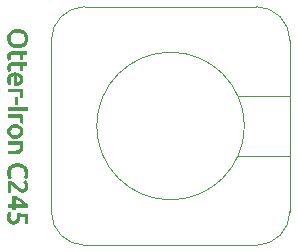
<source format=gto>
G04 #@! TF.GenerationSoftware,KiCad,Pcbnew,5.1.5-52549c5~84~ubuntu19.10.1*
G04 #@! TF.CreationDate,2020-03-01T20:16:17+01:00*
G04 #@! TF.ProjectId,C245_conn,43323435-5f63-46f6-9e6e-2e6b69636164,rev?*
G04 #@! TF.SameCoordinates,Original*
G04 #@! TF.FileFunction,Legend,Top*
G04 #@! TF.FilePolarity,Positive*
%FSLAX46Y46*%
G04 Gerber Fmt 4.6, Leading zero omitted, Abs format (unit mm)*
G04 Created by KiCad (PCBNEW 5.1.5-52549c5~84~ubuntu19.10.1) date 2020-03-01 20:16:17*
%MOMM*%
%LPD*%
G04 APERTURE LIST*
%ADD10C,0.010000*%
%ADD11C,0.120000*%
G04 APERTURE END LIST*
D10*
G36*
X101274222Y-108309112D02*
G01*
X101274222Y-107730556D01*
X101485889Y-107730556D01*
X101485889Y-108309112D01*
X101274222Y-108309112D01*
G37*
X101274222Y-108309112D02*
X101274222Y-107730556D01*
X101485889Y-107730556D01*
X101485889Y-108309112D01*
X101274222Y-108309112D01*
G36*
X101274222Y-117001556D02*
G01*
X101274222Y-117199112D01*
X101090778Y-117199112D01*
X101090778Y-117001556D01*
X100681555Y-117001556D01*
X100681555Y-116789889D01*
X101090778Y-116789889D01*
X101090778Y-116070223D01*
X101170636Y-116070223D01*
X101207037Y-116071673D01*
X101240870Y-116077505D01*
X101274222Y-116088545D01*
X101274222Y-116281483D01*
X101274222Y-116789889D01*
X101658750Y-116789382D01*
X102043278Y-116788874D01*
X102000944Y-116752814D01*
X101882410Y-116657713D01*
X101749631Y-116561177D01*
X101611133Y-116468911D01*
X101475446Y-116386619D01*
X101362416Y-116325620D01*
X101274222Y-116281483D01*
X101274222Y-116088545D01*
X101278425Y-116089937D01*
X101325990Y-116111188D01*
X101389856Y-116143476D01*
X101413920Y-116156059D01*
X101574572Y-116246315D01*
X101740389Y-116350181D01*
X101903731Y-116462366D01*
X102056959Y-116577576D01*
X102192434Y-116690520D01*
X102216139Y-116711835D01*
X102304333Y-116792257D01*
X102304333Y-117001556D01*
X101274222Y-117001556D01*
G37*
X101274222Y-117001556D02*
X101274222Y-117199112D01*
X101090778Y-117199112D01*
X101090778Y-117001556D01*
X100681555Y-117001556D01*
X100681555Y-116789889D01*
X101090778Y-116789889D01*
X101090778Y-116070223D01*
X101170636Y-116070223D01*
X101207037Y-116071673D01*
X101240870Y-116077505D01*
X101274222Y-116088545D01*
X101274222Y-116281483D01*
X101274222Y-116789889D01*
X101658750Y-116789382D01*
X102043278Y-116788874D01*
X102000944Y-116752814D01*
X101882410Y-116657713D01*
X101749631Y-116561177D01*
X101611133Y-116468911D01*
X101475446Y-116386619D01*
X101362416Y-116325620D01*
X101274222Y-116281483D01*
X101274222Y-116088545D01*
X101278425Y-116089937D01*
X101325990Y-116111188D01*
X101389856Y-116143476D01*
X101413920Y-116156059D01*
X101574572Y-116246315D01*
X101740389Y-116350181D01*
X101903731Y-116462366D01*
X102056959Y-116577576D01*
X102192434Y-116690520D01*
X102216139Y-116711835D01*
X102304333Y-116792257D01*
X102304333Y-117001556D01*
X101274222Y-117001556D01*
G36*
X102343120Y-115296062D02*
G01*
X102326202Y-115403729D01*
X102294181Y-115503629D01*
X102248450Y-115587927D01*
X102233776Y-115607187D01*
X102169155Y-115664960D01*
X102086296Y-115708054D01*
X101992084Y-115734651D01*
X101893401Y-115742937D01*
X101797130Y-115731093D01*
X101780740Y-115726728D01*
X101710761Y-115700197D01*
X101636477Y-115659219D01*
X101554974Y-115601712D01*
X101463334Y-115525593D01*
X101358643Y-115428780D01*
X101345027Y-115415637D01*
X101240918Y-115316099D01*
X101153493Y-115235600D01*
X101080532Y-115172222D01*
X101019814Y-115124047D01*
X100969120Y-115089158D01*
X100962112Y-115084874D01*
X100933781Y-115067852D01*
X100911569Y-115056525D01*
X100894731Y-115053520D01*
X100882526Y-115061463D01*
X100874210Y-115082980D01*
X100869041Y-115120698D01*
X100866275Y-115177244D01*
X100865169Y-115255243D01*
X100864981Y-115357321D01*
X100865000Y-115428167D01*
X100865000Y-115802112D01*
X100681555Y-115802112D01*
X100681555Y-114810622D01*
X100787824Y-114817442D01*
X100847888Y-114823447D01*
X100899312Y-114834909D01*
X100953389Y-114855120D01*
X101012480Y-114882926D01*
X101052437Y-114903798D01*
X101090159Y-114926437D01*
X101129214Y-114953705D01*
X101173171Y-114988464D01*
X101225598Y-115033576D01*
X101290066Y-115091905D01*
X101370142Y-115166312D01*
X101395710Y-115190290D01*
X101490993Y-115278894D01*
X101569540Y-115349430D01*
X101634455Y-115403896D01*
X101688843Y-115444295D01*
X101735809Y-115472626D01*
X101778457Y-115490891D01*
X101819893Y-115501090D01*
X101863221Y-115505224D01*
X101885090Y-115505640D01*
X101974577Y-115494703D01*
X102047126Y-115461859D01*
X102101823Y-115407551D01*
X102108883Y-115396856D01*
X102126512Y-115363503D01*
X102136621Y-115328000D01*
X102141062Y-115280990D01*
X102141783Y-115230612D01*
X102139990Y-115166896D01*
X102133354Y-115119780D01*
X102119435Y-115077743D01*
X102101461Y-115040112D01*
X102073472Y-114991008D01*
X102043742Y-114946623D01*
X102026121Y-114924854D01*
X101990830Y-114887208D01*
X102070259Y-114834471D01*
X102149687Y-114781733D01*
X102183365Y-114813372D01*
X102217350Y-114855060D01*
X102253906Y-114915853D01*
X102288745Y-114987480D01*
X102317582Y-115061668D01*
X102326063Y-115088770D01*
X102343538Y-115188464D01*
X102343120Y-115296062D01*
G37*
X102343120Y-115296062D02*
X102326202Y-115403729D01*
X102294181Y-115503629D01*
X102248450Y-115587927D01*
X102233776Y-115607187D01*
X102169155Y-115664960D01*
X102086296Y-115708054D01*
X101992084Y-115734651D01*
X101893401Y-115742937D01*
X101797130Y-115731093D01*
X101780740Y-115726728D01*
X101710761Y-115700197D01*
X101636477Y-115659219D01*
X101554974Y-115601712D01*
X101463334Y-115525593D01*
X101358643Y-115428780D01*
X101345027Y-115415637D01*
X101240918Y-115316099D01*
X101153493Y-115235600D01*
X101080532Y-115172222D01*
X101019814Y-115124047D01*
X100969120Y-115089158D01*
X100962112Y-115084874D01*
X100933781Y-115067852D01*
X100911569Y-115056525D01*
X100894731Y-115053520D01*
X100882526Y-115061463D01*
X100874210Y-115082980D01*
X100869041Y-115120698D01*
X100866275Y-115177244D01*
X100865169Y-115255243D01*
X100864981Y-115357321D01*
X100865000Y-115428167D01*
X100865000Y-115802112D01*
X100681555Y-115802112D01*
X100681555Y-114810622D01*
X100787824Y-114817442D01*
X100847888Y-114823447D01*
X100899312Y-114834909D01*
X100953389Y-114855120D01*
X101012480Y-114882926D01*
X101052437Y-114903798D01*
X101090159Y-114926437D01*
X101129214Y-114953705D01*
X101173171Y-114988464D01*
X101225598Y-115033576D01*
X101290066Y-115091905D01*
X101370142Y-115166312D01*
X101395710Y-115190290D01*
X101490993Y-115278894D01*
X101569540Y-115349430D01*
X101634455Y-115403896D01*
X101688843Y-115444295D01*
X101735809Y-115472626D01*
X101778457Y-115490891D01*
X101819893Y-115501090D01*
X101863221Y-115505224D01*
X101885090Y-115505640D01*
X101974577Y-115494703D01*
X102047126Y-115461859D01*
X102101823Y-115407551D01*
X102108883Y-115396856D01*
X102126512Y-115363503D01*
X102136621Y-115328000D01*
X102141062Y-115280990D01*
X102141783Y-115230612D01*
X102139990Y-115166896D01*
X102133354Y-115119780D01*
X102119435Y-115077743D01*
X102101461Y-115040112D01*
X102073472Y-114991008D01*
X102043742Y-114946623D01*
X102026121Y-114924854D01*
X101990830Y-114887208D01*
X102070259Y-114834471D01*
X102149687Y-114781733D01*
X102183365Y-114813372D01*
X102217350Y-114855060D01*
X102253906Y-114915853D01*
X102288745Y-114987480D01*
X102317582Y-115061668D01*
X102326063Y-115088770D01*
X102343538Y-115188464D01*
X102343120Y-115296062D01*
G36*
X101920863Y-111983862D02*
G01*
X101917259Y-112059404D01*
X101911540Y-112114913D01*
X101902254Y-112158571D01*
X101887948Y-112198559D01*
X101879321Y-112217889D01*
X101821777Y-112309997D01*
X101745071Y-112383087D01*
X101655379Y-112432880D01*
X101632269Y-112441558D01*
X101608825Y-112448513D01*
X101581615Y-112453982D01*
X101547209Y-112458200D01*
X101502175Y-112461402D01*
X101443084Y-112463824D01*
X101366504Y-112465701D01*
X101269004Y-112467269D01*
X101147153Y-112468762D01*
X101129583Y-112468960D01*
X100681555Y-112473990D01*
X100681555Y-112260223D01*
X101023750Y-112259943D01*
X101175187Y-112258888D01*
X101301146Y-112255609D01*
X101404324Y-112249530D01*
X101487417Y-112240075D01*
X101553122Y-112226668D01*
X101604135Y-112208733D01*
X101643152Y-112185694D01*
X101672870Y-112156976D01*
X101695986Y-112122002D01*
X101699323Y-112115647D01*
X101714424Y-112080842D01*
X101723453Y-112043590D01*
X101727663Y-111995527D01*
X101728307Y-111928287D01*
X101728250Y-111922579D01*
X101726701Y-111859148D01*
X101723773Y-111802294D01*
X101719984Y-111760836D01*
X101718116Y-111749465D01*
X101709424Y-111709889D01*
X100681555Y-111709889D01*
X100681555Y-111484112D01*
X101864550Y-111484112D01*
X101879757Y-111555021D01*
X101905518Y-111695175D01*
X101919090Y-111823298D01*
X101921703Y-111952191D01*
X101920863Y-111983862D01*
G37*
X101920863Y-111983862D02*
X101917259Y-112059404D01*
X101911540Y-112114913D01*
X101902254Y-112158571D01*
X101887948Y-112198559D01*
X101879321Y-112217889D01*
X101821777Y-112309997D01*
X101745071Y-112383087D01*
X101655379Y-112432880D01*
X101632269Y-112441558D01*
X101608825Y-112448513D01*
X101581615Y-112453982D01*
X101547209Y-112458200D01*
X101502175Y-112461402D01*
X101443084Y-112463824D01*
X101366504Y-112465701D01*
X101269004Y-112467269D01*
X101147153Y-112468762D01*
X101129583Y-112468960D01*
X100681555Y-112473990D01*
X100681555Y-112260223D01*
X101023750Y-112259943D01*
X101175187Y-112258888D01*
X101301146Y-112255609D01*
X101404324Y-112249530D01*
X101487417Y-112240075D01*
X101553122Y-112226668D01*
X101604135Y-112208733D01*
X101643152Y-112185694D01*
X101672870Y-112156976D01*
X101695986Y-112122002D01*
X101699323Y-112115647D01*
X101714424Y-112080842D01*
X101723453Y-112043590D01*
X101727663Y-111995527D01*
X101728307Y-111928287D01*
X101728250Y-111922579D01*
X101726701Y-111859148D01*
X101723773Y-111802294D01*
X101719984Y-111760836D01*
X101718116Y-111749465D01*
X101709424Y-111709889D01*
X100681555Y-111709889D01*
X100681555Y-111484112D01*
X101864550Y-111484112D01*
X101879757Y-111555021D01*
X101905518Y-111695175D01*
X101919090Y-111823298D01*
X101921703Y-111952191D01*
X101920863Y-111983862D01*
G36*
X101918793Y-109722488D02*
G01*
X101907211Y-109809904D01*
X101896041Y-109856353D01*
X101884801Y-109879570D01*
X101870929Y-109884434D01*
X101868406Y-109883867D01*
X101839293Y-109877020D01*
X101799313Y-109868946D01*
X101796333Y-109868389D01*
X101742431Y-109857304D01*
X101712545Y-109848007D01*
X101702660Y-109839011D01*
X101703956Y-109834171D01*
X101709298Y-109815702D01*
X101717089Y-109777171D01*
X101725759Y-109726449D01*
X101726847Y-109719511D01*
X101735318Y-109641572D01*
X101733361Y-109570780D01*
X101725301Y-109512824D01*
X101707674Y-109409778D01*
X100681555Y-109409778D01*
X100681555Y-109198112D01*
X101850589Y-109198112D01*
X101865903Y-109244512D01*
X101894441Y-109354702D01*
X101913252Y-109477707D01*
X101921611Y-109603608D01*
X101918793Y-109722488D01*
G37*
X101918793Y-109722488D02*
X101907211Y-109809904D01*
X101896041Y-109856353D01*
X101884801Y-109879570D01*
X101870929Y-109884434D01*
X101868406Y-109883867D01*
X101839293Y-109877020D01*
X101799313Y-109868946D01*
X101796333Y-109868389D01*
X101742431Y-109857304D01*
X101712545Y-109848007D01*
X101702660Y-109839011D01*
X101703956Y-109834171D01*
X101709298Y-109815702D01*
X101717089Y-109777171D01*
X101725759Y-109726449D01*
X101726847Y-109719511D01*
X101735318Y-109641572D01*
X101733361Y-109570780D01*
X101725301Y-109512824D01*
X101707674Y-109409778D01*
X100681555Y-109409778D01*
X100681555Y-109198112D01*
X101850589Y-109198112D01*
X101865903Y-109244512D01*
X101894441Y-109354702D01*
X101913252Y-109477707D01*
X101921611Y-109603608D01*
X101918793Y-109722488D01*
G36*
X100681555Y-108803000D02*
G01*
X100681555Y-108577223D01*
X102304333Y-108577223D01*
X102304333Y-108803000D01*
X100681555Y-108803000D01*
G37*
X100681555Y-108803000D02*
X100681555Y-108577223D01*
X102304333Y-108577223D01*
X102304333Y-108803000D01*
X100681555Y-108803000D01*
G36*
X101921370Y-107506390D02*
G01*
X101916123Y-107568223D01*
X101908552Y-107626387D01*
X101899618Y-107674546D01*
X101890283Y-107706366D01*
X101882580Y-107715829D01*
X101850188Y-107711136D01*
X101808084Y-107702101D01*
X101765004Y-107691020D01*
X101729681Y-107680193D01*
X101710850Y-107671915D01*
X101709723Y-107670362D01*
X101711659Y-107652010D01*
X101717259Y-107613829D01*
X101725346Y-107563793D01*
X101726047Y-107559625D01*
X101734751Y-107490038D01*
X101734723Y-107425595D01*
X101725928Y-107350536D01*
X101725562Y-107348168D01*
X101708216Y-107236667D01*
X100681555Y-107236667D01*
X100681555Y-107025000D01*
X101850589Y-107025000D01*
X101865903Y-107071401D01*
X101886587Y-107148847D01*
X101904251Y-107242338D01*
X101917037Y-107339718D01*
X101923089Y-107428834D01*
X101923333Y-107447222D01*
X101921370Y-107506390D01*
G37*
X101921370Y-107506390D02*
X101916123Y-107568223D01*
X101908552Y-107626387D01*
X101899618Y-107674546D01*
X101890283Y-107706366D01*
X101882580Y-107715829D01*
X101850188Y-107711136D01*
X101808084Y-107702101D01*
X101765004Y-107691020D01*
X101729681Y-107680193D01*
X101710850Y-107671915D01*
X101709723Y-107670362D01*
X101711659Y-107652010D01*
X101717259Y-107613829D01*
X101725346Y-107563793D01*
X101726047Y-107559625D01*
X101734751Y-107490038D01*
X101734723Y-107425595D01*
X101725928Y-107350536D01*
X101725562Y-107348168D01*
X101708216Y-107236667D01*
X100681555Y-107236667D01*
X100681555Y-107025000D01*
X101850589Y-107025000D01*
X101865903Y-107071401D01*
X101886587Y-107148847D01*
X101904251Y-107242338D01*
X101917037Y-107339718D01*
X101923089Y-107428834D01*
X101923333Y-107447222D01*
X101921370Y-107506390D01*
G36*
X101922407Y-106283595D02*
G01*
X101893964Y-106398404D01*
X101843946Y-106495221D01*
X101772766Y-106573750D01*
X101680835Y-106633694D01*
X101568565Y-106674756D01*
X101436367Y-106696639D01*
X101344083Y-106700445D01*
X101231889Y-106700445D01*
X101231889Y-106284167D01*
X101232099Y-106161939D01*
X101232136Y-106065224D01*
X101231107Y-105991322D01*
X101228123Y-105937534D01*
X101222292Y-105901158D01*
X101212722Y-105879495D01*
X101198522Y-105869846D01*
X101178801Y-105869509D01*
X101152669Y-105875786D01*
X101119232Y-105885975D01*
X101102102Y-105890967D01*
X101016152Y-105927414D01*
X100942916Y-105982677D01*
X100888313Y-106051679D01*
X100869596Y-106090398D01*
X100855245Y-106147622D01*
X100846895Y-106223137D01*
X100844525Y-106307661D01*
X100848115Y-106391911D01*
X100857643Y-106466607D01*
X100870533Y-106516021D01*
X100882124Y-106554856D01*
X100885148Y-106582400D01*
X100882912Y-106588901D01*
X100863847Y-106596183D01*
X100826111Y-106604060D01*
X100792720Y-106608920D01*
X100713385Y-106618579D01*
X100688496Y-106550151D01*
X100675833Y-106503379D01*
X100666805Y-106440608D01*
X100660880Y-106357236D01*
X100658478Y-106291223D01*
X100656905Y-106208390D01*
X100657736Y-106146754D01*
X100661555Y-106099350D01*
X100668948Y-106059211D01*
X100680500Y-106019370D01*
X100681599Y-106016056D01*
X100732234Y-105905535D01*
X100803714Y-105813548D01*
X100895119Y-105740656D01*
X101005533Y-105687421D01*
X101134039Y-105654407D01*
X101279720Y-105642175D01*
X101291682Y-105642112D01*
X101432385Y-105653355D01*
X101437103Y-105654565D01*
X101437103Y-105876166D01*
X101412276Y-105877216D01*
X101411805Y-105877475D01*
X101408651Y-105892804D01*
X101405871Y-105932110D01*
X101403615Y-105991149D01*
X101402031Y-106065676D01*
X101401268Y-106151447D01*
X101401222Y-106179167D01*
X101401222Y-106474667D01*
X101445446Y-106474667D01*
X101523054Y-106463594D01*
X101597793Y-106433329D01*
X101662246Y-106388300D01*
X101708999Y-106332939D01*
X101720475Y-106310370D01*
X101740386Y-106228237D01*
X101736168Y-106142729D01*
X101709822Y-106060826D01*
X101663346Y-105989507D01*
X101616429Y-105947125D01*
X101576210Y-105923767D01*
X101527378Y-105902269D01*
X101478240Y-105885460D01*
X101437103Y-105876166D01*
X101437103Y-105654565D01*
X101559148Y-105685886D01*
X101670200Y-105737907D01*
X101763774Y-105807618D01*
X101838103Y-105893222D01*
X101891417Y-105992921D01*
X101921948Y-106104915D01*
X101927928Y-106227407D01*
X101922407Y-106283595D01*
G37*
X101922407Y-106283595D02*
X101893964Y-106398404D01*
X101843946Y-106495221D01*
X101772766Y-106573750D01*
X101680835Y-106633694D01*
X101568565Y-106674756D01*
X101436367Y-106696639D01*
X101344083Y-106700445D01*
X101231889Y-106700445D01*
X101231889Y-106284167D01*
X101232099Y-106161939D01*
X101232136Y-106065224D01*
X101231107Y-105991322D01*
X101228123Y-105937534D01*
X101222292Y-105901158D01*
X101212722Y-105879495D01*
X101198522Y-105869846D01*
X101178801Y-105869509D01*
X101152669Y-105875786D01*
X101119232Y-105885975D01*
X101102102Y-105890967D01*
X101016152Y-105927414D01*
X100942916Y-105982677D01*
X100888313Y-106051679D01*
X100869596Y-106090398D01*
X100855245Y-106147622D01*
X100846895Y-106223137D01*
X100844525Y-106307661D01*
X100848115Y-106391911D01*
X100857643Y-106466607D01*
X100870533Y-106516021D01*
X100882124Y-106554856D01*
X100885148Y-106582400D01*
X100882912Y-106588901D01*
X100863847Y-106596183D01*
X100826111Y-106604060D01*
X100792720Y-106608920D01*
X100713385Y-106618579D01*
X100688496Y-106550151D01*
X100675833Y-106503379D01*
X100666805Y-106440608D01*
X100660880Y-106357236D01*
X100658478Y-106291223D01*
X100656905Y-106208390D01*
X100657736Y-106146754D01*
X100661555Y-106099350D01*
X100668948Y-106059211D01*
X100680500Y-106019370D01*
X100681599Y-106016056D01*
X100732234Y-105905535D01*
X100803714Y-105813548D01*
X100895119Y-105740656D01*
X101005533Y-105687421D01*
X101134039Y-105654407D01*
X101279720Y-105642175D01*
X101291682Y-105642112D01*
X101432385Y-105653355D01*
X101437103Y-105654565D01*
X101437103Y-105876166D01*
X101412276Y-105877216D01*
X101411805Y-105877475D01*
X101408651Y-105892804D01*
X101405871Y-105932110D01*
X101403615Y-105991149D01*
X101402031Y-106065676D01*
X101401268Y-106151447D01*
X101401222Y-106179167D01*
X101401222Y-106474667D01*
X101445446Y-106474667D01*
X101523054Y-106463594D01*
X101597793Y-106433329D01*
X101662246Y-106388300D01*
X101708999Y-106332939D01*
X101720475Y-106310370D01*
X101740386Y-106228237D01*
X101736168Y-106142729D01*
X101709822Y-106060826D01*
X101663346Y-105989507D01*
X101616429Y-105947125D01*
X101576210Y-105923767D01*
X101527378Y-105902269D01*
X101478240Y-105885460D01*
X101437103Y-105876166D01*
X101437103Y-105654565D01*
X101559148Y-105685886D01*
X101670200Y-105737907D01*
X101763774Y-105807618D01*
X101838103Y-105893222D01*
X101891417Y-105992921D01*
X101921948Y-106104915D01*
X101927928Y-106227407D01*
X101922407Y-106283595D01*
G36*
X102262177Y-104984890D02*
G01*
X102220946Y-104989681D01*
X102153278Y-104992384D01*
X102085611Y-104993000D01*
X101895111Y-104993000D01*
X101895111Y-105460014D01*
X101806916Y-105455813D01*
X101718722Y-105451612D01*
X101714845Y-105222306D01*
X101710967Y-104993000D01*
X101362067Y-104993310D01*
X101251723Y-104993599D01*
X101165735Y-104994417D01*
X101100239Y-104996019D01*
X101051370Y-104998663D01*
X101015265Y-105002604D01*
X100988058Y-105008099D01*
X100965886Y-105015404D01*
X100954294Y-105020350D01*
X100904139Y-105048975D01*
X100871621Y-105084411D01*
X100853639Y-105132739D01*
X100847091Y-105200039D01*
X100846944Y-105230822D01*
X100851306Y-105302684D01*
X100861708Y-105363334D01*
X100870691Y-105391186D01*
X100884864Y-105425496D01*
X100892685Y-105446969D01*
X100893222Y-105449483D01*
X100880849Y-105455882D01*
X100849298Y-105465721D01*
X100826194Y-105471741D01*
X100781632Y-105482901D01*
X100745998Y-105492240D01*
X100735961Y-105495061D01*
X100716566Y-105487728D01*
X100698784Y-105457164D01*
X100683253Y-105408345D01*
X100670610Y-105346247D01*
X100661491Y-105275844D01*
X100656536Y-105202112D01*
X100656382Y-105130026D01*
X100661665Y-105064561D01*
X100673024Y-105010692D01*
X100673649Y-105008741D01*
X100708904Y-104939422D01*
X100764358Y-104875711D01*
X100832171Y-104826433D01*
X100838601Y-104823013D01*
X100867191Y-104810107D01*
X100900319Y-104799304D01*
X100940592Y-104790428D01*
X100990617Y-104783301D01*
X101053000Y-104777746D01*
X101130346Y-104773584D01*
X101225263Y-104770640D01*
X101340357Y-104768735D01*
X101478234Y-104767692D01*
X101641500Y-104767334D01*
X101656682Y-104767329D01*
X102243753Y-104767223D01*
X102259932Y-104865191D01*
X102268008Y-104916097D01*
X102273807Y-104956477D01*
X102276109Y-104977815D01*
X102276111Y-104978080D01*
X102262177Y-104984890D01*
G37*
X102262177Y-104984890D02*
X102220946Y-104989681D01*
X102153278Y-104992384D01*
X102085611Y-104993000D01*
X101895111Y-104993000D01*
X101895111Y-105460014D01*
X101806916Y-105455813D01*
X101718722Y-105451612D01*
X101714845Y-105222306D01*
X101710967Y-104993000D01*
X101362067Y-104993310D01*
X101251723Y-104993599D01*
X101165735Y-104994417D01*
X101100239Y-104996019D01*
X101051370Y-104998663D01*
X101015265Y-105002604D01*
X100988058Y-105008099D01*
X100965886Y-105015404D01*
X100954294Y-105020350D01*
X100904139Y-105048975D01*
X100871621Y-105084411D01*
X100853639Y-105132739D01*
X100847091Y-105200039D01*
X100846944Y-105230822D01*
X100851306Y-105302684D01*
X100861708Y-105363334D01*
X100870691Y-105391186D01*
X100884864Y-105425496D01*
X100892685Y-105446969D01*
X100893222Y-105449483D01*
X100880849Y-105455882D01*
X100849298Y-105465721D01*
X100826194Y-105471741D01*
X100781632Y-105482901D01*
X100745998Y-105492240D01*
X100735961Y-105495061D01*
X100716566Y-105487728D01*
X100698784Y-105457164D01*
X100683253Y-105408345D01*
X100670610Y-105346247D01*
X100661491Y-105275844D01*
X100656536Y-105202112D01*
X100656382Y-105130026D01*
X100661665Y-105064561D01*
X100673024Y-105010692D01*
X100673649Y-105008741D01*
X100708904Y-104939422D01*
X100764358Y-104875711D01*
X100832171Y-104826433D01*
X100838601Y-104823013D01*
X100867191Y-104810107D01*
X100900319Y-104799304D01*
X100940592Y-104790428D01*
X100990617Y-104783301D01*
X101053000Y-104777746D01*
X101130346Y-104773584D01*
X101225263Y-104770640D01*
X101340357Y-104768735D01*
X101478234Y-104767692D01*
X101641500Y-104767334D01*
X101656682Y-104767329D01*
X102243753Y-104767223D01*
X102259932Y-104865191D01*
X102268008Y-104916097D01*
X102273807Y-104956477D01*
X102276109Y-104977815D01*
X102276111Y-104978080D01*
X102262177Y-104984890D01*
G36*
X102262177Y-104039446D02*
G01*
X102220946Y-104044236D01*
X102153278Y-104046939D01*
X102085611Y-104047556D01*
X101895111Y-104047556D01*
X101895111Y-104499112D01*
X101711666Y-104499112D01*
X101711666Y-104046220D01*
X101348305Y-104050416D01*
X101228648Y-104052045D01*
X101133750Y-104054272D01*
X101060149Y-104057718D01*
X101004381Y-104063005D01*
X100962984Y-104070755D01*
X100932494Y-104081589D01*
X100909449Y-104096129D01*
X100890385Y-104114998D01*
X100874262Y-104135530D01*
X100858926Y-104162015D01*
X100850352Y-104195002D01*
X100847023Y-104242710D01*
X100846933Y-104283697D01*
X100851312Y-104357040D01*
X100861790Y-104418247D01*
X100870691Y-104445742D01*
X100884864Y-104480052D01*
X100892685Y-104501525D01*
X100893222Y-104504039D01*
X100880849Y-104510437D01*
X100849298Y-104520276D01*
X100826194Y-104526297D01*
X100781632Y-104537456D01*
X100745998Y-104546795D01*
X100735961Y-104549617D01*
X100716455Y-104542325D01*
X100698627Y-104511784D01*
X100683105Y-104462948D01*
X100670517Y-104400770D01*
X100661490Y-104330204D01*
X100656651Y-104256204D01*
X100656629Y-104183723D01*
X100662050Y-104117714D01*
X100673542Y-104063133D01*
X100674112Y-104061334D01*
X100713972Y-103981953D01*
X100776743Y-103917663D01*
X100860756Y-103869693D01*
X100964338Y-103839271D01*
X100979712Y-103836578D01*
X101015013Y-103833189D01*
X101075349Y-103830114D01*
X101157534Y-103827424D01*
X101258382Y-103825188D01*
X101374707Y-103823474D01*
X101503323Y-103822353D01*
X101641045Y-103821892D01*
X101656682Y-103821885D01*
X102243753Y-103821778D01*
X102259932Y-103919746D01*
X102268008Y-103970653D01*
X102273807Y-104011032D01*
X102276109Y-104032371D01*
X102276111Y-104032635D01*
X102262177Y-104039446D01*
G37*
X102262177Y-104039446D02*
X102220946Y-104044236D01*
X102153278Y-104046939D01*
X102085611Y-104047556D01*
X101895111Y-104047556D01*
X101895111Y-104499112D01*
X101711666Y-104499112D01*
X101711666Y-104046220D01*
X101348305Y-104050416D01*
X101228648Y-104052045D01*
X101133750Y-104054272D01*
X101060149Y-104057718D01*
X101004381Y-104063005D01*
X100962984Y-104070755D01*
X100932494Y-104081589D01*
X100909449Y-104096129D01*
X100890385Y-104114998D01*
X100874262Y-104135530D01*
X100858926Y-104162015D01*
X100850352Y-104195002D01*
X100847023Y-104242710D01*
X100846933Y-104283697D01*
X100851312Y-104357040D01*
X100861790Y-104418247D01*
X100870691Y-104445742D01*
X100884864Y-104480052D01*
X100892685Y-104501525D01*
X100893222Y-104504039D01*
X100880849Y-104510437D01*
X100849298Y-104520276D01*
X100826194Y-104526297D01*
X100781632Y-104537456D01*
X100745998Y-104546795D01*
X100735961Y-104549617D01*
X100716455Y-104542325D01*
X100698627Y-104511784D01*
X100683105Y-104462948D01*
X100670517Y-104400770D01*
X100661490Y-104330204D01*
X100656651Y-104256204D01*
X100656629Y-104183723D01*
X100662050Y-104117714D01*
X100673542Y-104063133D01*
X100674112Y-104061334D01*
X100713972Y-103981953D01*
X100776743Y-103917663D01*
X100860756Y-103869693D01*
X100964338Y-103839271D01*
X100979712Y-103836578D01*
X101015013Y-103833189D01*
X101075349Y-103830114D01*
X101157534Y-103827424D01*
X101258382Y-103825188D01*
X101374707Y-103823474D01*
X101503323Y-103822353D01*
X101641045Y-103821892D01*
X101656682Y-103821885D01*
X102243753Y-103821778D01*
X102259932Y-103919746D01*
X102268008Y-103970653D01*
X102273807Y-104011032D01*
X102276109Y-104032371D01*
X102276111Y-104032635D01*
X102262177Y-104039446D01*
G36*
X102120889Y-118398556D02*
G01*
X102120889Y-118102223D01*
X102120493Y-117998198D01*
X102119196Y-117919636D01*
X102116836Y-117863787D01*
X102113248Y-117827901D01*
X102108271Y-117809229D01*
X102103250Y-117804841D01*
X102083428Y-117803339D01*
X102041061Y-117799930D01*
X101981725Y-117795069D01*
X101910999Y-117789211D01*
X101884542Y-117787005D01*
X101683473Y-117770218D01*
X101677694Y-117812748D01*
X101660089Y-117931483D01*
X101642060Y-118026777D01*
X101621957Y-118103383D01*
X101598129Y-118166054D01*
X101568926Y-118219546D01*
X101532696Y-118268610D01*
X101510645Y-118293828D01*
X101427118Y-118368960D01*
X101335031Y-118418895D01*
X101229373Y-118446056D01*
X101185618Y-118450834D01*
X101062542Y-118447830D01*
X100952174Y-118420141D01*
X100856054Y-118369000D01*
X100775722Y-118295641D01*
X100712720Y-118201297D01*
X100668587Y-118087203D01*
X100654516Y-118025548D01*
X100645940Y-117956824D01*
X100641797Y-117876329D01*
X100642311Y-117796557D01*
X100647704Y-117729999D01*
X100649067Y-117721223D01*
X100657628Y-117679576D01*
X100670337Y-117627706D01*
X100685149Y-117572818D01*
X100700018Y-117522117D01*
X100712900Y-117482806D01*
X100721751Y-117462092D01*
X100722999Y-117460717D01*
X100740974Y-117460511D01*
X100776521Y-117465912D01*
X100820062Y-117474829D01*
X100862015Y-117485174D01*
X100892801Y-117494856D01*
X100902306Y-117499825D01*
X100901744Y-117516021D01*
X100892522Y-117550448D01*
X100878820Y-117589721D01*
X100854550Y-117677291D01*
X100841070Y-117777838D01*
X100838940Y-117880333D01*
X100848723Y-117973751D01*
X100857398Y-118010710D01*
X100895278Y-118097093D01*
X100951365Y-118162633D01*
X101023306Y-118205794D01*
X101108750Y-118225039D01*
X101181849Y-118222649D01*
X101263653Y-118202494D01*
X101331202Y-118164490D01*
X101385839Y-118106763D01*
X101428906Y-118027439D01*
X101461745Y-117924643D01*
X101485370Y-117798834D01*
X101492886Y-117734883D01*
X101498100Y-117669243D01*
X101499720Y-117625333D01*
X101500000Y-117550610D01*
X101545861Y-117558187D01*
X101592539Y-117564340D01*
X101661677Y-117571414D01*
X101747547Y-117578955D01*
X101844420Y-117586505D01*
X101946567Y-117593610D01*
X102048260Y-117599813D01*
X102110305Y-117603092D01*
X102304333Y-117612627D01*
X102304333Y-118398556D01*
X102120889Y-118398556D01*
G37*
X102120889Y-118398556D02*
X102120889Y-118102223D01*
X102120493Y-117998198D01*
X102119196Y-117919636D01*
X102116836Y-117863787D01*
X102113248Y-117827901D01*
X102108271Y-117809229D01*
X102103250Y-117804841D01*
X102083428Y-117803339D01*
X102041061Y-117799930D01*
X101981725Y-117795069D01*
X101910999Y-117789211D01*
X101884542Y-117787005D01*
X101683473Y-117770218D01*
X101677694Y-117812748D01*
X101660089Y-117931483D01*
X101642060Y-118026777D01*
X101621957Y-118103383D01*
X101598129Y-118166054D01*
X101568926Y-118219546D01*
X101532696Y-118268610D01*
X101510645Y-118293828D01*
X101427118Y-118368960D01*
X101335031Y-118418895D01*
X101229373Y-118446056D01*
X101185618Y-118450834D01*
X101062542Y-118447830D01*
X100952174Y-118420141D01*
X100856054Y-118369000D01*
X100775722Y-118295641D01*
X100712720Y-118201297D01*
X100668587Y-118087203D01*
X100654516Y-118025548D01*
X100645940Y-117956824D01*
X100641797Y-117876329D01*
X100642311Y-117796557D01*
X100647704Y-117729999D01*
X100649067Y-117721223D01*
X100657628Y-117679576D01*
X100670337Y-117627706D01*
X100685149Y-117572818D01*
X100700018Y-117522117D01*
X100712900Y-117482806D01*
X100721751Y-117462092D01*
X100722999Y-117460717D01*
X100740974Y-117460511D01*
X100776521Y-117465912D01*
X100820062Y-117474829D01*
X100862015Y-117485174D01*
X100892801Y-117494856D01*
X100902306Y-117499825D01*
X100901744Y-117516021D01*
X100892522Y-117550448D01*
X100878820Y-117589721D01*
X100854550Y-117677291D01*
X100841070Y-117777838D01*
X100838940Y-117880333D01*
X100848723Y-117973751D01*
X100857398Y-118010710D01*
X100895278Y-118097093D01*
X100951365Y-118162633D01*
X101023306Y-118205794D01*
X101108750Y-118225039D01*
X101181849Y-118222649D01*
X101263653Y-118202494D01*
X101331202Y-118164490D01*
X101385839Y-118106763D01*
X101428906Y-118027439D01*
X101461745Y-117924643D01*
X101485370Y-117798834D01*
X101492886Y-117734883D01*
X101498100Y-117669243D01*
X101499720Y-117625333D01*
X101500000Y-117550610D01*
X101545861Y-117558187D01*
X101592539Y-117564340D01*
X101661677Y-117571414D01*
X101747547Y-117578955D01*
X101844420Y-117586505D01*
X101946567Y-117593610D01*
X102048260Y-117599813D01*
X102110305Y-117603092D01*
X102304333Y-117612627D01*
X102304333Y-118398556D01*
X102120889Y-118398556D01*
G36*
X102334531Y-114263395D02*
G01*
X102307450Y-114397706D01*
X102288654Y-114455344D01*
X102266190Y-114513040D01*
X102247361Y-114547780D01*
X102226156Y-114563127D01*
X102196562Y-114562647D01*
X102152565Y-114549905D01*
X102137627Y-114544889D01*
X102089170Y-114526982D01*
X102063594Y-114512713D01*
X102056359Y-114499046D01*
X102058109Y-114491708D01*
X102110738Y-114342647D01*
X102139233Y-114207590D01*
X102143676Y-114086047D01*
X102136557Y-114028282D01*
X102101959Y-113907707D01*
X102045898Y-113805435D01*
X101968231Y-113721274D01*
X101868813Y-113655033D01*
X101847363Y-113644415D01*
X101750960Y-113606215D01*
X101652266Y-113583195D01*
X101541185Y-113573301D01*
X101494176Y-113572556D01*
X101340768Y-113582613D01*
X101206565Y-113612331D01*
X101092228Y-113661031D01*
X100998422Y-113728035D01*
X100925809Y-113812663D01*
X100875052Y-113914236D01*
X100846814Y-114032076D01*
X100841758Y-114165503D01*
X100847722Y-114234574D01*
X100859245Y-114304850D01*
X100875689Y-114376638D01*
X100893898Y-114436565D01*
X100897788Y-114446730D01*
X100932231Y-114532004D01*
X100840777Y-114560251D01*
X100792883Y-114573445D01*
X100755488Y-114580805D01*
X100736795Y-114580756D01*
X100725366Y-114562415D01*
X100710382Y-114522891D01*
X100693719Y-114468696D01*
X100677249Y-114406343D01*
X100662849Y-114342343D01*
X100653745Y-114292223D01*
X100642626Y-114179619D01*
X100642047Y-114061384D01*
X100651786Y-113950304D01*
X100660550Y-113901003D01*
X100694496Y-113794261D01*
X100747431Y-113688307D01*
X100813592Y-113593494D01*
X100859061Y-113544525D01*
X100945339Y-113477442D01*
X101050214Y-113419029D01*
X101164343Y-113373968D01*
X101239349Y-113353995D01*
X101324991Y-113341396D01*
X101427016Y-113334900D01*
X101534647Y-113334521D01*
X101637108Y-113340273D01*
X101723624Y-113352172D01*
X101729245Y-113353329D01*
X101867335Y-113395677D01*
X101993317Y-113460300D01*
X102104160Y-113544562D01*
X102196835Y-113645827D01*
X102268309Y-113761461D01*
X102305786Y-113854778D01*
X102333966Y-113982564D01*
X102343458Y-114121892D01*
X102334531Y-114263395D01*
G37*
X102334531Y-114263395D02*
X102307450Y-114397706D01*
X102288654Y-114455344D01*
X102266190Y-114513040D01*
X102247361Y-114547780D01*
X102226156Y-114563127D01*
X102196562Y-114562647D01*
X102152565Y-114549905D01*
X102137627Y-114544889D01*
X102089170Y-114526982D01*
X102063594Y-114512713D01*
X102056359Y-114499046D01*
X102058109Y-114491708D01*
X102110738Y-114342647D01*
X102139233Y-114207590D01*
X102143676Y-114086047D01*
X102136557Y-114028282D01*
X102101959Y-113907707D01*
X102045898Y-113805435D01*
X101968231Y-113721274D01*
X101868813Y-113655033D01*
X101847363Y-113644415D01*
X101750960Y-113606215D01*
X101652266Y-113583195D01*
X101541185Y-113573301D01*
X101494176Y-113572556D01*
X101340768Y-113582613D01*
X101206565Y-113612331D01*
X101092228Y-113661031D01*
X100998422Y-113728035D01*
X100925809Y-113812663D01*
X100875052Y-113914236D01*
X100846814Y-114032076D01*
X100841758Y-114165503D01*
X100847722Y-114234574D01*
X100859245Y-114304850D01*
X100875689Y-114376638D01*
X100893898Y-114436565D01*
X100897788Y-114446730D01*
X100932231Y-114532004D01*
X100840777Y-114560251D01*
X100792883Y-114573445D01*
X100755488Y-114580805D01*
X100736795Y-114580756D01*
X100725366Y-114562415D01*
X100710382Y-114522891D01*
X100693719Y-114468696D01*
X100677249Y-114406343D01*
X100662849Y-114342343D01*
X100653745Y-114292223D01*
X100642626Y-114179619D01*
X100642047Y-114061384D01*
X100651786Y-113950304D01*
X100660550Y-113901003D01*
X100694496Y-113794261D01*
X100747431Y-113688307D01*
X100813592Y-113593494D01*
X100859061Y-113544525D01*
X100945339Y-113477442D01*
X101050214Y-113419029D01*
X101164343Y-113373968D01*
X101239349Y-113353995D01*
X101324991Y-113341396D01*
X101427016Y-113334900D01*
X101534647Y-113334521D01*
X101637108Y-113340273D01*
X101723624Y-113352172D01*
X101729245Y-113353329D01*
X101867335Y-113395677D01*
X101993317Y-113460300D01*
X102104160Y-113544562D01*
X102196835Y-113645827D01*
X102268309Y-113761461D01*
X102305786Y-113854778D01*
X102333966Y-113982564D01*
X102343458Y-114121892D01*
X102334531Y-114263395D01*
G36*
X101914051Y-110730389D02*
G01*
X101876979Y-110845933D01*
X101816362Y-110947192D01*
X101733408Y-111032559D01*
X101629323Y-111100427D01*
X101518268Y-111145314D01*
X101439653Y-111162314D01*
X101345179Y-111171759D01*
X101245842Y-111173417D01*
X101152641Y-111167058D01*
X101083722Y-111154457D01*
X100959705Y-111108396D01*
X100853805Y-111042293D01*
X100767691Y-110957917D01*
X100703033Y-110857032D01*
X100661499Y-110741405D01*
X100652838Y-110698416D01*
X100644114Y-110639171D01*
X100641392Y-110594538D01*
X100645014Y-110551496D01*
X100655321Y-110497024D01*
X100658517Y-110482223D01*
X100697526Y-110365968D01*
X100759595Y-110264577D01*
X100842890Y-110179619D01*
X100945576Y-110112664D01*
X101065818Y-110065281D01*
X101172283Y-110042682D01*
X101303336Y-110034543D01*
X101303336Y-110264785D01*
X101199913Y-110268523D01*
X101106836Y-110283805D01*
X101088619Y-110288824D01*
X100998049Y-110329146D01*
X100925721Y-110387910D01*
X100873731Y-110461375D01*
X100844179Y-110545803D01*
X100839161Y-110637452D01*
X100852884Y-110709097D01*
X100890141Y-110785267D01*
X100951952Y-110850960D01*
X101031093Y-110901131D01*
X101067924Y-110918202D01*
X101100516Y-110929539D01*
X101136185Y-110936305D01*
X101182246Y-110939659D01*
X101246013Y-110940762D01*
X101281278Y-110940834D01*
X101367823Y-110939518D01*
X101433688Y-110934400D01*
X101486341Y-110923725D01*
X101533248Y-110905735D01*
X101581878Y-110878676D01*
X101603129Y-110865151D01*
X101665060Y-110808807D01*
X101709045Y-110735380D01*
X101732884Y-110651205D01*
X101734381Y-110562618D01*
X101724860Y-110514222D01*
X101690495Y-110440333D01*
X101633704Y-110374103D01*
X101560201Y-110321016D01*
X101492944Y-110291609D01*
X101405037Y-110272508D01*
X101303336Y-110264785D01*
X101303336Y-110034543D01*
X101314825Y-110033829D01*
X101447669Y-110047690D01*
X101568659Y-110082665D01*
X101675642Y-110137156D01*
X101766462Y-110209565D01*
X101838965Y-110298292D01*
X101890997Y-110401740D01*
X101920402Y-110518309D01*
X101926370Y-110602167D01*
X101914051Y-110730389D01*
G37*
X101914051Y-110730389D02*
X101876979Y-110845933D01*
X101816362Y-110947192D01*
X101733408Y-111032559D01*
X101629323Y-111100427D01*
X101518268Y-111145314D01*
X101439653Y-111162314D01*
X101345179Y-111171759D01*
X101245842Y-111173417D01*
X101152641Y-111167058D01*
X101083722Y-111154457D01*
X100959705Y-111108396D01*
X100853805Y-111042293D01*
X100767691Y-110957917D01*
X100703033Y-110857032D01*
X100661499Y-110741405D01*
X100652838Y-110698416D01*
X100644114Y-110639171D01*
X100641392Y-110594538D01*
X100645014Y-110551496D01*
X100655321Y-110497024D01*
X100658517Y-110482223D01*
X100697526Y-110365968D01*
X100759595Y-110264577D01*
X100842890Y-110179619D01*
X100945576Y-110112664D01*
X101065818Y-110065281D01*
X101172283Y-110042682D01*
X101303336Y-110034543D01*
X101303336Y-110264785D01*
X101199913Y-110268523D01*
X101106836Y-110283805D01*
X101088619Y-110288824D01*
X100998049Y-110329146D01*
X100925721Y-110387910D01*
X100873731Y-110461375D01*
X100844179Y-110545803D01*
X100839161Y-110637452D01*
X100852884Y-110709097D01*
X100890141Y-110785267D01*
X100951952Y-110850960D01*
X101031093Y-110901131D01*
X101067924Y-110918202D01*
X101100516Y-110929539D01*
X101136185Y-110936305D01*
X101182246Y-110939659D01*
X101246013Y-110940762D01*
X101281278Y-110940834D01*
X101367823Y-110939518D01*
X101433688Y-110934400D01*
X101486341Y-110923725D01*
X101533248Y-110905735D01*
X101581878Y-110878676D01*
X101603129Y-110865151D01*
X101665060Y-110808807D01*
X101709045Y-110735380D01*
X101732884Y-110651205D01*
X101734381Y-110562618D01*
X101724860Y-110514222D01*
X101690495Y-110440333D01*
X101633704Y-110374103D01*
X101560201Y-110321016D01*
X101492944Y-110291609D01*
X101405037Y-110272508D01*
X101303336Y-110264785D01*
X101303336Y-110034543D01*
X101314825Y-110033829D01*
X101447669Y-110047690D01*
X101568659Y-110082665D01*
X101675642Y-110137156D01*
X101766462Y-110209565D01*
X101838965Y-110298292D01*
X101890997Y-110401740D01*
X101920402Y-110518309D01*
X101926370Y-110602167D01*
X101914051Y-110730389D01*
G36*
X102341830Y-102791667D02*
G01*
X102321280Y-102937017D01*
X102278496Y-103066287D01*
X102212295Y-103182195D01*
X102129526Y-103279528D01*
X102019402Y-103370197D01*
X101892784Y-103438342D01*
X101749401Y-103484063D01*
X101588979Y-103507457D01*
X101492944Y-103510844D01*
X101322993Y-103499741D01*
X101170229Y-103466367D01*
X101034383Y-103410624D01*
X100915180Y-103332411D01*
X100856363Y-103279528D01*
X100793605Y-103210495D01*
X100745520Y-103140966D01*
X100705899Y-103060815D01*
X100678796Y-102989901D01*
X100660070Y-102915012D01*
X100648416Y-102823210D01*
X100644306Y-102725021D01*
X100648215Y-102630974D01*
X100659321Y-102557063D01*
X100704556Y-102417121D01*
X100772295Y-102294124D01*
X100862220Y-102188415D01*
X100974014Y-102100337D01*
X101107357Y-102030234D01*
X101170040Y-102006119D01*
X101216095Y-101990855D01*
X101256276Y-101980210D01*
X101297433Y-101973364D01*
X101346419Y-101969495D01*
X101410084Y-101967780D01*
X101492944Y-101967399D01*
X101554794Y-101967690D01*
X101554794Y-102201804D01*
X101421405Y-102202599D01*
X101293825Y-102221506D01*
X101175793Y-102257283D01*
X101071048Y-102308687D01*
X100983329Y-102374477D01*
X100916375Y-102453411D01*
X100898895Y-102483231D01*
X100863226Y-102577284D01*
X100845035Y-102684888D01*
X100845058Y-102796874D01*
X100864030Y-102904074D01*
X100864882Y-102907058D01*
X100903312Y-102992714D01*
X100965473Y-103073350D01*
X101046888Y-103144872D01*
X101143080Y-103203184D01*
X101225299Y-103236800D01*
X101295685Y-103252772D01*
X101384170Y-103262398D01*
X101482293Y-103265760D01*
X101581589Y-103262940D01*
X101673596Y-103254022D01*
X101749850Y-103239087D01*
X101774027Y-103231453D01*
X101894867Y-103175696D01*
X101991252Y-103105981D01*
X102063506Y-103021868D01*
X102111952Y-102922912D01*
X102136912Y-102808671D01*
X102140719Y-102728167D01*
X102127294Y-102605299D01*
X102089990Y-102497120D01*
X102029457Y-102404363D01*
X101946346Y-102327763D01*
X101841308Y-102268052D01*
X101714993Y-102225965D01*
X101690254Y-102220362D01*
X101554794Y-102201804D01*
X101554794Y-101967690D01*
X101577464Y-101967797D01*
X101640633Y-101969541D01*
X101689320Y-101973461D01*
X101730391Y-101980386D01*
X101770715Y-101991143D01*
X101816962Y-102006493D01*
X101958216Y-102069007D01*
X102079079Y-102150379D01*
X102178537Y-102249096D01*
X102255581Y-102363644D01*
X102309197Y-102492512D01*
X102338377Y-102634185D01*
X102342107Y-102787152D01*
X102341830Y-102791667D01*
G37*
X102341830Y-102791667D02*
X102321280Y-102937017D01*
X102278496Y-103066287D01*
X102212295Y-103182195D01*
X102129526Y-103279528D01*
X102019402Y-103370197D01*
X101892784Y-103438342D01*
X101749401Y-103484063D01*
X101588979Y-103507457D01*
X101492944Y-103510844D01*
X101322993Y-103499741D01*
X101170229Y-103466367D01*
X101034383Y-103410624D01*
X100915180Y-103332411D01*
X100856363Y-103279528D01*
X100793605Y-103210495D01*
X100745520Y-103140966D01*
X100705899Y-103060815D01*
X100678796Y-102989901D01*
X100660070Y-102915012D01*
X100648416Y-102823210D01*
X100644306Y-102725021D01*
X100648215Y-102630974D01*
X100659321Y-102557063D01*
X100704556Y-102417121D01*
X100772295Y-102294124D01*
X100862220Y-102188415D01*
X100974014Y-102100337D01*
X101107357Y-102030234D01*
X101170040Y-102006119D01*
X101216095Y-101990855D01*
X101256276Y-101980210D01*
X101297433Y-101973364D01*
X101346419Y-101969495D01*
X101410084Y-101967780D01*
X101492944Y-101967399D01*
X101554794Y-101967690D01*
X101554794Y-102201804D01*
X101421405Y-102202599D01*
X101293825Y-102221506D01*
X101175793Y-102257283D01*
X101071048Y-102308687D01*
X100983329Y-102374477D01*
X100916375Y-102453411D01*
X100898895Y-102483231D01*
X100863226Y-102577284D01*
X100845035Y-102684888D01*
X100845058Y-102796874D01*
X100864030Y-102904074D01*
X100864882Y-102907058D01*
X100903312Y-102992714D01*
X100965473Y-103073350D01*
X101046888Y-103144872D01*
X101143080Y-103203184D01*
X101225299Y-103236800D01*
X101295685Y-103252772D01*
X101384170Y-103262398D01*
X101482293Y-103265760D01*
X101581589Y-103262940D01*
X101673596Y-103254022D01*
X101749850Y-103239087D01*
X101774027Y-103231453D01*
X101894867Y-103175696D01*
X101991252Y-103105981D01*
X102063506Y-103021868D01*
X102111952Y-102922912D01*
X102136912Y-102808671D01*
X102140719Y-102728167D01*
X102127294Y-102605299D01*
X102089990Y-102497120D01*
X102029457Y-102404363D01*
X101946346Y-102327763D01*
X101841308Y-102268052D01*
X101714993Y-102225965D01*
X101690254Y-102220362D01*
X101554794Y-102201804D01*
X101554794Y-101967690D01*
X101577464Y-101967797D01*
X101640633Y-101969541D01*
X101689320Y-101973461D01*
X101730391Y-101980386D01*
X101770715Y-101991143D01*
X101816962Y-102006493D01*
X101958216Y-102069007D01*
X102079079Y-102150379D01*
X102178537Y-102249096D01*
X102255581Y-102363644D01*
X102309197Y-102492512D01*
X102338377Y-102634185D01*
X102342107Y-102787152D01*
X102341830Y-102791667D01*
D11*
X120725000Y-110175000D02*
G75*
G03X120725000Y-110175000I-6250000J0D01*
G01*
X124575000Y-117425000D02*
G75*
G02X121725000Y-120275000I-2850000J0D01*
G01*
X121725000Y-100075000D02*
G75*
G02X124575000Y-102925000I0J-2850000D01*
G01*
X104375000Y-102925000D02*
G75*
G02X107225000Y-100075000I2850000J0D01*
G01*
X107225000Y-120275000D02*
G75*
G02X104375000Y-117425000I0J2850000D01*
G01*
X121725000Y-100075000D02*
X107225000Y-100075000D01*
X121725000Y-120275000D02*
X107225000Y-120275000D01*
X104375000Y-117425000D02*
X104375000Y-102925000D01*
X124575000Y-117425000D02*
X124575000Y-102925000D01*
X124575000Y-112675000D02*
X120225000Y-112675000D01*
X124575000Y-107675000D02*
X120225000Y-107675000D01*
M02*

</source>
